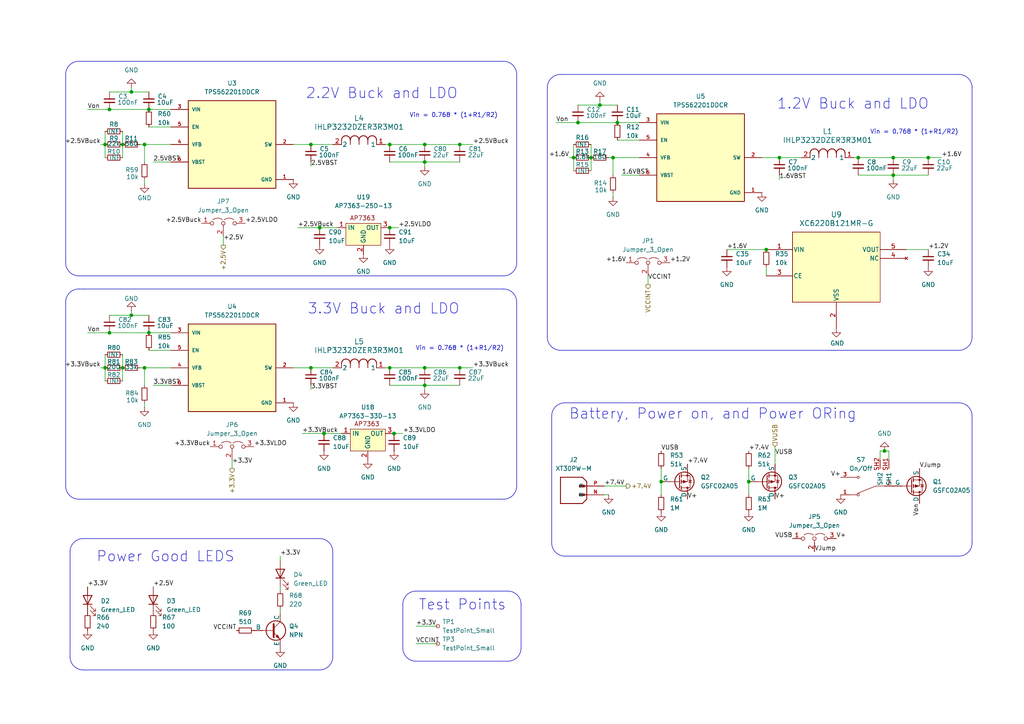
<source format=kicad_sch>
(kicad_sch (version 20250114) (generator "eeschema") (generator_version "9.0")
  (paper "A4")
  (title_block (title "Power Supply") (date "2025-08-27") (rev "V1.0"))
  (lib_symbols
    (symbol "Connector:TestPoint_Small" (pin_numbers (hide yes)) (pin_names (offset 0.762) (hide yes))
      (property "Reference" "TP" (at 0 3.81 0))
      (property "Value" "TestPoint_Small" (at 0 2.032 0))
      (symbol "TestPoint_Small_1_1"
        (pin passive line (at 0 0 90) (length 0) (name "1") (number "1"))
      )
    )
    (symbol "Device:C_Small" (pin_numbers (hide yes)) (pin_names (offset 0.254) (hide yes))
      (property "Reference" "C" (at 0.254 1.778 0))
      (property "Value" "C_Small" (at 0.254 -2.032 0))
      (symbol "C_Small_1_1"
        (pin passive line (at 0 2.54 270) (length 2.032) (name "~") (number "1"))
        (pin passive line (at 0 -2.54 90) (length 2.032) (name "~") (number "2"))
      )
    )
    (symbol "Device:LED" (pin_numbers (hide yes)) (pin_names (offset 1.016) (hide yes))
      (property "Reference" "D" (at 0 2.54 0))
      (property "Value" "LED" (at 0 -2.54 0))
      (symbol "LED_1_1"
        (pin passive line (at -3.81 0 0) (length 2.54) (name "K") (number "1"))
        (pin passive line (at 3.81 0 180) (length 2.54) (name "A") (number "2"))
      )
    )
    (symbol "Device:R_Small" (pin_numbers (hide yes)) (pin_names (offset 0.254) (hide yes))
      (property "Reference" "R" (at 0 0 90))
      (property "Value" "R_Small" (at 1.778 0 90))
      (symbol "R_Small_1_1"
        (pin passive line (at 0 2.54 270) (length 0.762) (name "~") (number "1"))
        (pin passive line (at 0 -2.54 90) (length 0.762) (name "~") (number "2"))
      )
    )
    (symbol "Jumper:Jumper_3_Open" (pin_names (offset 0) (hide yes)) (in_bom no)
      (property "Reference" "JP" (at -2.54 -2.54 0))
      (property "Value" "Jumper_3_Open" (at 0 2.794 0))
      (symbol "Jumper_3_Open_1_1"
        (pin passive line (at -6.35 0 0) (length 2.54) (name "A") (number "1"))
        (pin passive line (at 0 -3.81 90) (length 2.54) (name "C") (number "2"))
        (pin passive line (at 6.35 0 180) (length 2.54) (name "B") (number "3"))
      )
    )
    (symbol "Personal_Library:AP7363"
      (property "Reference" "U" (at 0 0 0))
      (symbol "AP7363_1_1"
        (text "AP7363" (at -0.254 -2.286 0) (effects (font (size 1.27 1.27))))
        (pin input line (at -7.62 -5.08 0) (length 2.54) (name "IN") (number "1"))
        (pin input line (at 0 -12.7 90) (length 2.54) (name "GND") (number "2"))
        (pin input line (at 7.62 -5.08 180) (length 2.54) (name "OUT") (number "3"))
      )
    )
    (symbol "Personal_Library:IHLP3232DZER3R3M01" (pin_names (offset 0.254))
      (property "Reference" "L" (at 6.985 5.08 0))
      (property "Value" "IHLP3232DZER3R3M01" (at 6.985 -2.54 0))
      (symbol "IHLP3232DZER3R3M01_1_1"
        (pin unspecified line (at 0 0 0) (length 2.54) (name "2") (number "2"))
        (pin unspecified line (at 15.24 0 180) (length 2.54) (name "1") (number "1"))
      )
      (symbol "IHLP3232DZER3R3M01_1_2"
        (pin unspecified line (at 0 15.24 270) (length 2.54) (name "1") (number "1"))
        (pin unspecified line (at 0 0 90) (length 2.54) (name "2") (number "2"))
      )
    )
    (symbol "Personal_Library:SLW-835636-3A-RA-N-D" (pin_names (offset 1.016))
      (property "Reference" "S" (at -2.54 5.08 0))
      (property "Value" "SLW-835636-3A-RA-N-D" (at -2.54 -5.08 0))
      (symbol "SLW-835636-3A-RA-N-D_0_0"
        (pin passive line (at -7.62 0 0) (length 2.54) (name "~") (number "2"))
        (pin passive line (at 7.62 2.54 180) (length 2.54) (name "~") (number "1"))
        (pin passive line (at 7.62 -2.54 180) (length 2.54) (name "~") (number "3"))
      )
      (symbol "SLW-835636-3A-RA-N-D_1_1"
        (pin input line (at -6.35 -7.62 90) (length 2.54) (name "SH1") (number "SH1"))
        (pin input line (at -3.81 -7.62 90) (length 2.54) (name "SH2") (number "SH2"))
      )
    )
    (symbol "Personal_Library:TPS562201DDCR" (pin_names (offset 1.016))
      (property "Reference" "U" (at -12.7 13.7 0))
      (property "Value" "TPS562201DDCR" (at -12.7 -16.7 0))
      (symbol "TPS562201DDCR_0_0"
        (pin power_in line (at -17.78 10.16 0) (length 5.08) (name "VIN") (number "3"))
        (pin input line (at -17.78 5.08 0) (length 5.08) (name "EN") (number "5"))
        (pin input line (at -17.78 0 0) (length 5.08) (name "VFB") (number "4"))
        (pin input line (at -17.78 -5.08 0) (length 5.08) (name "VBST") (number "6"))
        (pin bidirectional line (at 17.78 0 180) (length 5.08) (name "SW") (number "2"))
        (pin power_in line (at 17.78 -10.16 180) (length 5.08) (name "GND") (number "1"))
      )
    )
    (symbol "Personal_Library:XC6220B121MR-G" (pin_names (offset 0.254))
      (property "Reference" "U" (at 20.32 10.16 0))
      (property "Value" "XC6220B121MR-G" (at 20.32 7.62 0))
      (symbol "XC6220B121MR-G_0_1"
        (pin power_in line (at 0 0 0) (length 7.62) (name "VIN") (number "1"))
        (pin unspecified line (at 0 -7.62 0) (length 7.62) (name "CE") (number "3"))
        (pin power_out line (at 20.32 -22.86 90) (length 7.62) (name "VSS") (number "2"))
        (pin output line (at 40.64 0 180) (length 7.62) (name "VOUT") (number "5"))
        (pin no_connect line (at 40.64 -2.54 180) (length 7.62) (name "NC") (number "4"))
      )
    )
    (symbol "Personal_Library:XT30PW-M" (pin_names (offset 1.016))
      (property "Reference" "J" (at -7.62 3.302 0))
      (property "Value" "XT30PW-M" (at -7.62 -7.62 0))
      (symbol "XT30PW-M_0_0"
        (pin power_in line (at 5.08 0 180) (length 5.08) (name "P") (number "P"))
        (pin power_in line (at 5.08 -2.54 180) (length 5.08) (name "N") (number "N"))
      )
    )
    (symbol "Simulation_SPICE:NPN" (pin_numbers (hide yes)) (pin_names (offset 0))
      (property "Reference" "Q" (at -2.54 7.62 0))
      (property "Value" "NPN" (at -2.54 5.08 0))
      (symbol "NPN_1_1"
        (pin input line (at -5.08 0 0) (length 2.54) (name "B") (number "2"))
        (pin open_collector line (at 2.54 5.08 270) (length 2.54) (name "C") (number "1"))
        (pin open_emitter line (at 2.54 -5.08 90) (length 2.54) (name "E") (number "3"))
      )
    )
    (symbol "Simulation_SPICE:PMOS" (pin_numbers (hide yes)) (pin_names (offset 0))
      (property "Reference" "Q" (at 5.08 1.27 0))
      (property "Value" "PMOS" (at 5.08 -1.27 0))
      (symbol "PMOS_1_1"
        (pin input line (at -5.08 0 0) (length 2.54) (name "G") (number "2"))
        (pin passive line (at 2.54 5.08 270) (length 2.54) (name "D") (number "1"))
        (pin passive line (at 2.54 -5.08 90) (length 2.54) (name "S") (number "3"))
      )
    )
    (symbol "power:GND" (power) (pin_numbers (hide yes)) (pin_names (offset 0) (hide yes))
      (property "Value" "GND" (at 0 -3.81 0))
      (symbol "GND_1_1"
        (pin power_in line (at 0 0 270) (length 0) (name "~") (number "1"))
      )
    )
  )
  (arc (start 146.05 17.78) (mid 148.7441 18.8959) (end 149.86 21.59))
  (arc (start 162.56 101.6) (mid 159.8659 100.4841) (end 158.75 97.79))
  (arc (start 278.13 116.84) (mid 280.8241 117.9559) (end 281.94 120.65))
  (arc (start 92.71 156.21) (mid 95.4041 157.3259) (end 96.52 160.02))
  (arc (start 24.13 194.31) (mid 21.4359 193.1941) (end 20.32 190.5))
  (arc (start 19.05 87.63) (mid 20.1659 84.9359) (end 22.86 83.82))
  (arc (start 20.32 160.02) (mid 21.4359 157.3259) (end 24.13 156.21))
  (arc (start 22.86 144.78) (mid 20.1659 143.6641) (end 19.05 140.97))
  (arc (start 120.65 191.77) (mid 117.9559 190.6541) (end 116.84 187.96))
  (arc (start 281.94 157.48) (mid 280.8241 160.1741) (end 278.13 161.29))
  (arc (start 96.52 190.5) (mid 95.4041 193.1941) (end 92.71 194.31))
  (arc (start 116.84 175.26) (mid 117.9559 172.5659) (end 120.65 171.45))
  (arc (start 158.75 25.4) (mid 159.8659 22.7059) (end 162.56 21.59))
  (arc (start 281.94 97.79) (mid 280.8241 100.4841) (end 278.13 101.6))
  (arc (start 160.02 120.65) (mid 161.1359 117.9559) (end 163.83 116.84))
  (arc (start 149.86 140.97) (mid 148.7441 143.6641) (end 146.05 144.78))
  (arc (start 146.05 83.82) (mid 148.7441 84.9359) (end 149.86 87.63))
  (arc (start 278.13 21.59) (mid 280.8241 22.7059) (end 281.94 25.4))
  (arc (start 163.83 161.29) (mid 161.1359 160.1741) (end 160.02 157.48))
  (arc (start 151.13 187.96) (mid 150.0141 190.6541) (end 147.32 191.77))
  (arc (start 147.32 171.45) (mid 150.0141 172.5659) (end 151.13 175.26))
  (arc (start 149.86 76.2) (mid 148.7441 78.8941) (end 146.05 80.01))
  (arc (start 19.05 21.59) (mid 20.1659 18.8959) (end 22.86 17.78))
  (arc (start 22.86 80.01) (mid 20.1659 78.8941) (end 19.05 76.2))
  (text "1.2V Buck and LDO" (at 247.396 30.226 0) (effects (font (size 3 3))))
  (text "3.3V Buck and LDO" (at 111.252 89.662 0) (effects (font (size 3 3))))
  (text "Power Good LEDS" (at 48.006 161.544 0) (effects (font (size 3 3))))
  (text "Test Points" (at 134.112 175.514 0) (effects (font (size 3 3))))
  (text "2.2V Buck and LDO" (at 110.744 27.178 0) (effects (font (size 3 3))))
  (text "Vin = 0.768 * (1+R1/R2)\n" (at 265.176 38.354 0) (effects (font (size 1.27 1.27))))
  (text "Vin = 0.768 * (1+R1/R2)\n" (at 131.572 33.528 0) (effects (font (size 1.27 1.27))))
  (text "Vin = 0.768 * (1+R1/R2)\n" (at 133.35 101.092 0) (effects (font (size 1.27 1.27))))
  (text "Battery, Power on, and Power ORing" (at 206.756 120.142 0) (effects (font (size 3 3))))
  (junction (at 113.03 41.91))
  (junction (at 113.03 106.68))
  (junction (at 269.24 45.72))
  (junction (at 256.54 130.81))
  (junction (at 114.3 125.73))
  (junction (at 93.98 125.73))
  (junction (at 38.1 91.44))
  (junction (at 177.8 45.72))
  (junction (at 43.18 31.75))
  (junction (at 31.75 31.75))
  (junction (at 31.75 96.52))
  (junction (at 43.18 96.52))
  (junction (at 41.91 41.91))
  (junction (at 38.1 26.67))
  (junction (at 41.91 106.68))
  (junction (at 173.99 30.48))
  (junction (at 92.71 66.04))
  (junction (at 90.17 41.91))
  (junction (at 35.56 106.68))
  (junction (at 30.48 106.68))
  (junction (at 191.77 139.7))
  (junction (at 35.56 41.91))
  (junction (at 171.45 45.72))
  (junction (at 222.25 72.39))
  (junction (at 166.37 45.72))
  (junction (at 217.17 139.7))
  (junction (at 259.08 45.72))
  (junction (at 90.17 106.68))
  (junction (at 113.03 66.04))
  (junction (at 123.19 111.76))
  (junction (at 133.35 106.68))
  (junction (at 123.19 106.68))
  (junction (at 167.64 35.56))
  (junction (at 259.08 50.8))
  (junction (at 123.19 46.99))
  (junction (at 123.19 41.91))
  (junction (at 133.35 41.91))
  (junction (at 30.48 41.91))
  (junction (at 226.06 45.72))
  (junction (at 248.92 45.72))
  (junction (at 179.07 35.56))
  (wire (pts (xy 224.79 129.54) (xy 224.79 134.62)))
  (wire (pts (xy 90.17 41.91) (xy 96.52 41.91)))
  (wire (pts (xy 90.17 113.03) (xy 90.17 111.76)))
  (wire (pts (xy 38.1 25.4) (xy 38.1 26.67)))
  (wire (pts (xy 25.4 96.52) (xy 31.75 96.52)))
  (wire (pts (xy 256.54 130.81) (xy 257.81 130.81)))
  (polyline (pts (xy 120.65 191.77) (xy 147.32 191.77)))
  (wire (pts (xy 114.3 125.73) (xy 116.84 125.73)))
  (wire (pts (xy 256.54 130.81) (xy 255.27 130.81)))
  (polyline (pts (xy 22.86 83.82) (xy 24.13 83.82)))
  (wire (pts (xy 175.26 140.97) (xy 181.61 140.97)))
  (wire (pts (xy 64.77 71.12) (xy 64.77 68.58)))
  (wire (pts (xy 43.18 31.75) (xy 49.53 31.75)))
  (wire (pts (xy 40.64 41.91) (xy 41.91 41.91)))
  (wire (pts (xy 35.56 106.68) (xy 35.56 110.49)))
  (wire (pts (xy 87.63 125.73) (xy 93.98 125.73)))
  (wire (pts (xy 248.92 45.72) (xy 259.08 45.72)))
  (wire (pts (xy 262.89 72.39) (xy 269.24 72.39)))
  (wire (pts (xy 248.92 50.8) (xy 259.08 50.8)))
  (wire (pts (xy 210.82 72.39) (xy 222.25 72.39)))
  (wire (pts (xy 30.48 41.91) (xy 30.48 38.1)))
  (wire (pts (xy 120.65 186.69) (xy 127 186.69)))
  (wire (pts (xy 166.37 45.72) (xy 165.1 45.72)))
  (wire (pts (xy 90.17 106.68) (xy 96.52 106.68)))
  (wire (pts (xy 31.75 26.67) (xy 38.1 26.67)))
  (wire (pts (xy 123.19 106.68) (xy 133.35 106.68)))
  (wire (pts (xy 43.18 101.6) (xy 49.53 101.6)))
  (wire (pts (xy 123.19 46.99) (xy 133.35 46.99)))
  (wire (pts (xy 113.03 66.04) (xy 115.57 66.04)))
  (wire (pts (xy 40.64 106.68) (xy 41.91 106.68)))
  (wire (pts (xy 85.09 41.91) (xy 90.17 41.91)))
  (wire (pts (xy 31.75 31.75) (xy 43.18 31.75)))
  (wire (pts (xy 259.08 50.8) (xy 259.08 52.07)))
  (wire (pts (xy 41.91 52.07) (xy 41.91 53.34)))
  (wire (pts (xy 43.18 96.52) (xy 49.53 96.52)))
  (wire (pts (xy 191.77 143.51) (xy 191.77 139.7)))
  (wire (pts (xy 177.8 55.88) (xy 177.8 57.15)))
  (polyline (pts (xy 22.86 80.01) (xy 146.05 80.01)))
  (wire (pts (xy 113.03 46.99) (xy 123.19 46.99)))
  (polyline (pts (xy 160.02 120.65) (xy 160.02 157.48)))
  (wire (pts (xy 180.34 50.8) (xy 185.42 50.8)))
  (wire (pts (xy 173.99 30.48) (xy 179.07 30.48)))
  (polyline (pts (xy 151.13 175.26) (xy 151.13 187.96)))
  (wire (pts (xy 259.08 50.8) (xy 269.24 50.8)))
  (wire (pts (xy 226.06 52.07) (xy 226.06 50.8)))
  (wire (pts (xy 113.03 106.68) (xy 123.19 106.68)))
  (wire (pts (xy 43.18 36.83) (xy 49.53 36.83)))
  (polyline (pts (xy 120.65 171.45) (xy 147.32 171.45)))
  (wire (pts (xy 171.45 45.72) (xy 171.45 49.53)))
  (wire (pts (xy 81.28 170.18) (xy 81.28 171.45)))
  (polyline (pts (xy 19.05 87.63) (xy 19.05 140.97)))
  (wire (pts (xy 35.56 41.91) (xy 35.56 45.72)))
  (polyline (pts (xy 24.13 194.31) (xy 92.71 194.31)))
  (wire (pts (xy 93.98 125.73) (xy 99.06 125.73)))
  (wire (pts (xy 113.03 111.76) (xy 123.19 111.76)))
  (wire (pts (xy 111.76 41.91) (xy 113.03 41.91)))
  (wire (pts (xy 38.1 26.67) (xy 43.18 26.67)))
  (wire (pts (xy 177.8 45.72) (xy 185.42 45.72)))
  (wire (pts (xy 187.96 82.55) (xy 187.96 80.01)))
  (wire (pts (xy 31.75 96.52) (xy 43.18 96.52)))
  (wire (pts (xy 30.48 106.68) (xy 30.48 102.87)))
  (polyline (pts (xy 163.83 116.84) (xy 278.13 116.84)))
  (polyline (pts (xy 24.13 83.82) (xy 146.05 83.82)))
  (wire (pts (xy 171.45 41.91) (xy 171.45 45.72)))
  (wire (pts (xy 177.8 50.8) (xy 177.8 45.72)))
  (wire (pts (xy 113.03 41.91) (xy 123.19 41.91)))
  (wire (pts (xy 217.17 143.51) (xy 217.17 139.7)))
  (wire (pts (xy 133.35 106.68) (xy 137.16 106.68)))
  (wire (pts (xy 257.81 130.81) (xy 257.81 133.35)))
  (polyline (pts (xy 22.86 144.78) (xy 146.05 144.78)))
  (wire (pts (xy 81.28 176.53) (xy 81.28 177.8)))
  (wire (pts (xy 247.65 45.72) (xy 248.92 45.72)))
  (wire (pts (xy 44.45 46.99) (xy 49.53 46.99)))
  (wire (pts (xy 111.76 106.68) (xy 113.03 106.68)))
  (wire (pts (xy 222.25 77.47) (xy 222.25 80.01)))
  (polyline (pts (xy 149.86 21.59) (xy 149.86 76.2)))
  (polyline (pts (xy 24.13 156.21) (xy 92.71 156.21)))
  (wire (pts (xy 255.27 130.81) (xy 255.27 133.35)))
  (wire (pts (xy 31.75 91.44) (xy 38.1 91.44)))
  (wire (pts (xy 179.07 40.64) (xy 185.42 40.64)))
  (wire (pts (xy 133.35 41.91) (xy 137.16 41.91)))
  (wire (pts (xy 123.19 111.76) (xy 133.35 111.76)))
  (wire (pts (xy 166.37 45.72) (xy 166.37 41.91)))
  (wire (pts (xy 123.19 111.76) (xy 123.19 113.03)))
  (wire (pts (xy 38.1 90.17) (xy 38.1 91.44)))
  (wire (pts (xy 30.48 106.68) (xy 30.48 110.49)))
  (wire (pts (xy 41.91 116.84) (xy 41.91 118.11)))
  (wire (pts (xy 90.17 48.26) (xy 90.17 46.99)))
  (wire (pts (xy 226.06 45.72) (xy 232.41 45.72)))
  (wire (pts (xy 30.48 106.68) (xy 29.21 106.68)))
  (wire (pts (xy 35.56 102.87) (xy 35.56 106.68)))
  (polyline (pts (xy 20.32 160.02) (xy 20.32 190.5)))
  (wire (pts (xy 86.36 66.04) (xy 92.71 66.04)))
  (wire (pts (xy 41.91 111.76) (xy 41.91 106.68)))
  (polyline (pts (xy 116.84 175.26) (xy 116.84 187.96)))
  (wire (pts (xy 123.19 41.91) (xy 133.35 41.91)))
  (wire (pts (xy 161.29 35.56) (xy 167.64 35.56)))
  (wire (pts (xy 179.07 35.56) (xy 185.42 35.56)))
  (wire (pts (xy 41.91 41.91) (xy 49.53 41.91)))
  (polyline (pts (xy 22.86 17.78) (xy 146.05 17.78)))
  (wire (pts (xy 30.48 41.91) (xy 30.48 45.72)))
  (polyline (pts (xy 162.56 21.59) (xy 278.13 21.59)))
  (wire (pts (xy 120.65 181.61) (xy 127 181.61)))
  (wire (pts (xy 25.4 31.75) (xy 31.75 31.75)))
  (wire (pts (xy 220.98 45.72) (xy 226.06 45.72)))
  (polyline (pts (xy 281.94 25.4) (xy 281.94 97.79)))
  (polyline (pts (xy 158.75 25.4) (xy 158.75 97.79)))
  (wire (pts (xy 217.17 135.89) (xy 217.17 139.7)))
  (polyline (pts (xy 281.94 120.65) (xy 281.94 157.48)))
  (wire (pts (xy 259.08 45.72) (xy 269.24 45.72)))
  (wire (pts (xy 41.91 106.68) (xy 49.53 106.68)))
  (polyline (pts (xy 163.83 161.29) (xy 278.13 161.29)))
  (wire (pts (xy 41.91 46.99) (xy 41.91 41.91)))
  (polyline (pts (xy 162.56 101.6) (xy 278.13 101.6)))
  (polyline (pts (xy 149.86 87.63) (xy 149.86 140.97)))
  (wire (pts (xy 67.31 135.89) (xy 67.31 133.35)))
  (wire (pts (xy 269.24 45.72) (xy 273.05 45.72)))
  (wire (pts (xy 191.77 135.89) (xy 191.77 139.7)))
  (wire (pts (xy 38.1 91.44) (xy 43.18 91.44)))
  (wire (pts (xy 44.45 111.76) (xy 49.53 111.76)))
  (wire (pts (xy 35.56 38.1) (xy 35.56 41.91)))
  (wire (pts (xy 167.64 35.56) (xy 179.07 35.56)))
  (wire (pts (xy 175.26 143.51) (xy 176.53 143.51)))
  (wire (pts (xy 123.19 46.99) (xy 123.19 48.26)))
  (wire (pts (xy 92.71 66.04) (xy 97.79 66.04)))
  (wire (pts (xy 166.37 45.72) (xy 166.37 49.53)))
  (wire (pts (xy 85.09 106.68) (xy 90.17 106.68)))
  (polyline (pts (xy 19.05 21.59) (xy 19.05 76.2)))
  (wire (pts (xy 176.53 45.72) (xy 177.8 45.72)))
  (polyline (pts (xy 96.52 160.02) (xy 96.52 190.5)))
  (wire (pts (xy 173.99 29.21) (xy 173.99 30.48)))
  (wire (pts (xy 81.28 162.56) (xy 81.28 161.29)))
  (wire (pts (xy 167.64 30.48) (xy 173.99 30.48)))
  (wire (pts (xy 30.48 41.91) (xy 29.21 41.91)))
  (label "+1.6V" (at 165.1 45.72 180))
  (label "2.5VBST" (at 44.45 46.99 0))
  (label "+3.3V" (at 81.28 161.29 0))
  (label "+3.3VBuck" (at 29.21 106.68 180))
  (label "Von" (at 266.7 146.05 270))
  (label "3.3VBST" (at 90.17 113.03 0))
  (label "+2.5VBuck" (at 58.42 64.77 180))
  (label "+3.3V" (at 120.65 181.61 0))
  (label "VUSB" (at 191.77 130.81 0))
  (label "+1.2V" (at 194.31 76.2 0))
  (label "+3.3VLDO" (at 116.84 125.73 0))
  (label "V+" (at 243.84 138.43 180))
  (label "VCCINT" (at 120.65 186.69 0))
  (label "+1.6V" (at 210.82 72.39 0))
  (label "1.6VBST" (at 180.34 50.8 0))
  (label "+7.4V" (at 175.26 140.97 0))
  (label "+1.6V" (at 273.05 45.72 0))
  (label "VCCINT" (at 187.96 81.28 0))
  (label "+3.3VBuck" (at 87.63 125.73 0))
  (label "+1.6V" (at 181.61 76.2 180))
  (label "VJump" (at 236.22 160.02 0))
  (label "VUSB" (at 229.87 156.21 180))
  (label "+7.4V" (at 199.39 134.62 0))
  (label "+1.2V" (at 269.24 72.39 0))
  (label "Von" (at 25.4 31.75 0))
  (label "VJump" (at 266.7 135.89 0))
  (label "+2.5VBuck" (at 29.21 41.91 180))
  (label "VUSB" (at 224.79 132.08 0))
  (label "Von" (at 25.4 96.52 0))
  (label "+2.5VBuck" (at 137.16 41.91 0))
  (label "+3.3V" (at 25.4 170.18 0))
  (label "+3.3VLDO" (at 73.66 129.54 0))
  (label "+7.4V" (at 217.17 130.81 0))
  (label "Von" (at 161.29 35.56 0))
  (label "+3.3V" (at 67.31 134.62 0))
  (label "V+" (at 242.57 156.21 0))
  (label "+2.5V" (at 44.45 170.18 0))
  (label "1.6VBST" (at 226.06 52.07 0))
  (label "+2.5V" (at 64.77 69.85 0))
  (label "VCCINT" (at 68.58 182.88 180))
  (label "+3.3VBuck" (at 60.96 129.54 180))
  (label "V+" (at 199.39 144.78 0))
  (label "+2.5VLDO" (at 115.57 66.04 0))
  (label "+3.3VBuck" (at 137.16 106.68 0))
  (label "+2.5VBuck" (at 86.36 66.04 0))
  (label "+2.5VLDO" (at 71.12 64.77 0))
  (label "3.3VBST" (at 44.45 111.76 0))
  (label "2.5VBST" (at 90.17 48.26 0))
  (label "V+" (at 224.79 144.78 0))
  (hierarchical_label "+2.5V" (shape output) (at 64.77 71.12 270))
  (hierarchical_label "VCCINT" (shape output) (at 187.96 82.55 270))
  (hierarchical_label "+7.4V" (shape output) (at 181.61 140.97 0))
  (hierarchical_label "+3.3V" (shape output) (at 67.31 135.89 270))
  (hierarchical_label "VUSB" (shape input) (at 224.79 129.54 90))
  (symbol (lib_id "power:GND") (at 242.57 95.25 0) (unit 1)
    (property "Reference" "#PWR057" (effects (hide yes)))
    (property "Value" "GND" (at 242.824 99.568 0))
    (property "Description" "Power symbol creates a global label with name \"GND\" , ground" (effects (hide yes)))
  )
  (symbol (lib_id "power:GND") (at 38.1 25.4 180) (unit 1)
    (property "Reference" "#PWR024" (effects (hide yes)))
    (property "Value" "GND" (at 38.1 20.32 0))
    (property "Description" "Power symbol creates a global label with name \"GND\" , ground" (effects (hide yes)))
  )
  (symbol (lib_id "Device:C_Small") (at 133.35 44.45 0) (unit 1)
    (property "Reference" "C81" (at 135.89 43.1862 0) (effects (justify left)))
    (property "Value" "22uF" (at 135.636 44.958 0) (effects (justify left)))
    (property "Footprint" "Capacitor_SMD:C_0805_2012Metric_Pad1.18x1.45mm_HandSolder" (effects (hide yes)))
    (property "Description" "Unpolarized capacitor, small symbol" (effects (hide yes)))
  )
  (symbol (lib_id "Device:R_Small") (at 179.07 38.1 0) (unit 1)
    (property "Reference" "R12" (at 181.61 36.8299 0) (effects (justify left)))
    (property "Value" "10k" (at 181.61 39.3699 0) (effects (justify left)))
    (property "Footprint" "Resistor_SMD:R_0805_2012Metric_Pad1.20x1.40mm_HandSolder" (effects (hide yes)))
    (property "Description" "Resistor, small symbol" (effects (hide yes)))
  )
  (symbol (lib_id "Device:C_Small") (at 123.19 44.45 0) (unit 1)
    (property "Reference" "C80" (at 125.73 43.1862 0) (effects (justify left)))
    (property "Value" "22uF" (at 125.476 44.958 0) (effects (justify left)))
    (property "Footprint" "Capacitor_SMD:C_0805_2012Metric_Pad1.18x1.45mm_HandSolder" (effects (hide yes)))
    (property "Description" "Unpolarized capacitor, small symbol" (effects (hide yes)))
  )
  (symbol (lib_id "Device:C_Small") (at 43.18 93.98 0) (unit 1)
    (property "Reference" "C83" (at 45.72 92.7162 0) (effects (justify left)))
    (property "Value" "10uF" (at 45.466 94.488 0) (effects (justify left)))
    (property "Footprint" "Capacitor_SMD:C_0805_2012Metric_Pad1.18x1.45mm_HandSolder" (effects (hide yes)))
    (property "Description" "Unpolarized capacitor, small symbol" (effects (hide yes)))
  )
  (symbol (lib_id "power:GND") (at 269.24 77.47 0) (unit 1)
    (property "Reference" "#PWR0118" (effects (hide yes)))
    (property "Value" "GND" (at 269.24 82.55 0))
    (property "Description" "Power symbol creates a global label with name \"GND\" , ground" (effects (hide yes)))
  )
  (symbol (lib_id "Device:R_Small") (at 33.02 38.1 90) (unit 1)
    (property "Reference" "R8" (at 33.02 36.068 90))
    (property "Value" "INF" (at 33.02 38.1 90))
    (property "Footprint" "Resistor_SMD:R_0805_2012Metric_Pad1.20x1.40mm_HandSolder" (effects (hide yes)))
    (property "Description" "Resistor, small symbol" (effects (hide yes)))
  )
  (symbol (lib_id "Device:C_Small") (at 113.03 44.45 0) (unit 1)
    (property "Reference" "C6" (at 115.57 43.1862 0) (effects (justify left)))
    (property "Value" "100nF" (at 115.316 44.958 0) (effects (justify left)))
    (property "Footprint" "Capacitor_SMD:C_0805_2012Metric_Pad1.18x1.45mm_HandSolder" (effects (hide yes)))
    (property "Description" "Unpolarized capacitor, small symbol" (effects (hide yes)))
  )
  (symbol (lib_id "Personal_Library:TPS562201DDCR") (at 203.2 45.72 0) (unit 1)
    (property "Reference" "U5" (at 203.2 27.94 0))
    (property "Value" "TPS562201DDCR" (at 203.2 30.48 0))
    (property "Footprint" "Personal-Library:SOT95P280X110-6N" (effects (hide yes)))
    (property "PARTREV" "A" (effects (hide yes)))
    (property "STANDARD" "IPC-7351B" (effects (hide yes)))
    (property "MAXIMUM_PACKAGE_HEIGHT" "1.10 mm" (effects (hide yes)))
    (property "MANUFACTURER" "Texas Instruments" (effects (hide yes)))
  )
  (symbol (lib_id "Device:C_Small") (at 259.08 48.26 0) (unit 1)
    (property "Reference" "C9" (at 261.62 46.9962 0) (effects (justify left)))
    (property "Value" "22uF" (at 261.366 48.768 0) (effects (justify left)))
    (property "Footprint" "Capacitor_SMD:C_0805_2012Metric_Pad1.18x1.45mm_HandSolder" (effects (hide yes)))
    (property "Description" "Unpolarized capacitor, small symbol" (effects (hide yes)))
  )
  (symbol (lib_id "Device:R_Small") (at 43.18 34.29 0) (unit 1)
    (property "Reference" "R60" (at 45.72 33.0199 0) (effects (justify left)))
    (property "Value" "10k" (at 45.72 35.5599 0) (effects (justify left)))
    (property "Footprint" "Resistor_SMD:R_0805_2012Metric_Pad1.20x1.40mm_HandSolder" (effects (hide yes)))
    (property "Description" "Resistor, small symbol" (effects (hide yes)))
  )
  (symbol (lib_id "power:GND") (at 210.82 77.47 0) (unit 1)
    (property "Reference" "#PWR0117" (effects (hide yes)))
    (property "Value" "GND" (at 210.82 82.55 0))
    (property "Description" "Power symbol creates a global label with name \"GND\" , ground" (effects (hide yes)))
  )
  (symbol (lib_id "Device:R_Small") (at 33.02 106.68 90) (unit 1)
    (property "Reference" "R81" (at 33.02 104.902 90))
    (property "Value" "200" (at 33.02 106.426 90))
    (property "Footprint" "Resistor_SMD:R_0805_2012Metric_Pad1.20x1.40mm_HandSolder" (effects (hide yes)))
    (property "Description" "Resistor, small symbol" (effects (hide yes)))
  )
  (symbol (lib_id "power:GND") (at 177.8 57.15 0) (unit 1)
    (property "Reference" "#PWR032" (effects (hide yes)))
    (property "Value" "GND" (at 177.8 62.23 0))
    (property "Description" "Power symbol creates a global label with name \"GND\" , ground" (effects (hide yes)))
  )
  (symbol (lib_id "Device:R_Small") (at 191.77 146.05 0) (unit 1)
    (property "Reference" "R61" (at 194.31 144.7799 0) (effects (justify left)))
    (property "Value" "1M" (at 194.31 147.3199 0) (effects (justify left)))
    (property "Footprint" "Resistor_SMD:R_0805_2012Metric_Pad1.20x1.40mm_HandSolder" (effects (hide yes)))
    (property "Description" "Resistor, small symbol" (effects (hide yes)))
  )
  (symbol (lib_id "power:GND") (at 44.45 182.88 0) (unit 1)
    (property "Reference" "#PWR094" (effects (hide yes)))
    (property "Value" "GND" (at 44.45 187.96 0))
    (property "Description" "Power symbol creates a global label with name \"GND\" , ground" (effects (hide yes)))
  )
  (symbol (lib_id "Device:C_Small") (at 123.19 109.22 0) (unit 1)
    (property "Reference" "C86" (at 125.73 107.9562 0) (effects (justify left)))
    (property "Value" "22uF" (at 125.476 109.728 0) (effects (justify left)))
    (property "Footprint" "Capacitor_SMD:C_0805_2012Metric_Pad1.18x1.45mm_HandSolder" (effects (hide yes)))
    (property "Description" "Unpolarized capacitor, small symbol" (effects (hide yes)))
  )
  (symbol (lib_id "power:GND") (at 259.08 52.07 0) (unit 1)
    (property "Reference" "#PWR031" (effects (hide yes)))
    (property "Value" "GND" (at 259.08 57.15 0))
    (property "Description" "Power symbol creates a global label with name \"GND\" , ground" (effects (hide yes)))
  )
  (symbol (lib_id "Device:R_Small") (at 168.91 45.72 90) (unit 1)
    (property "Reference" "R13" (at 168.91 43.942 90))
    (property "Value" "5.6k" (at 168.91 45.466 90))
    (property "Footprint" "Resistor_SMD:R_0805_2012Metric_Pad1.20x1.40mm_HandSolder" (effects (hide yes)))
    (property "Description" "Resistor, small symbol" (effects (hide yes)))
  )
  (symbol (lib_id "power:GND") (at 123.19 113.03 0) (unit 1)
    (property "Reference" "#PWR029" (effects (hide yes)))
    (property "Value" "GND" (at 123.19 118.11 0))
    (property "Description" "Power symbol creates a global label with name \"GND\" , ground" (effects (hide yes)))
  )
  (symbol (lib_id "power:GND") (at 92.71 71.12 0) (unit 1)
    (property "Reference" "#PWR0123" (effects (hide yes)))
    (property "Value" "GND" (at 92.71 76.2 0))
    (property "Description" "Power symbol creates a global label with name \"GND\" , ground" (effects (hide yes)))
  )
  (symbol (lib_id "Device:C_Small") (at 43.18 29.21 0) (unit 1)
    (property "Reference" "C4" (at 45.72 27.9462 0) (effects (justify left)))
    (property "Value" "10uF" (at 45.466 29.718 0) (effects (justify left)))
    (property "Footprint" "Capacitor_SMD:C_0805_2012Metric_Pad1.18x1.45mm_HandSolder" (effects (hide yes)))
    (property "Description" "Unpolarized capacitor, small symbol" (effects (hide yes)))
  )
  (symbol (lib_id "Device:R_Small") (at 38.1 41.91 90) (unit 1)
    (property "Reference" "R11" (at 38.1 40.132 90))
    (property "Value" "560" (at 38.1 41.656 90))
    (property "Footprint" "Resistor_SMD:R_0805_2012Metric_Pad1.20x1.40mm_HandSolder" (effects (hide yes)))
    (property "Description" "Resistor, small symbol" (effects (hide yes)))
  )
  (symbol (lib_id "Device:C_Small") (at 133.35 109.22 0) (unit 1)
    (property "Reference" "C87" (at 135.89 107.9562 0) (effects (justify left)))
    (property "Value" "22uF" (at 135.636 109.728 0) (effects (justify left)))
    (property "Footprint" "Capacitor_SMD:C_0805_2012Metric_Pad1.18x1.45mm_HandSolder" (effects (hide yes)))
    (property "Description" "Unpolarized capacitor, small symbol" (effects (hide yes)))
  )
  (symbol (lib_id "Device:C_Small") (at 93.98 128.27 0) (unit 1)
    (property "Reference" "C88" (at 96.52 127.0062 0) (effects (justify left)))
    (property "Value" "10uF" (at 96.52 129.5462 0) (effects (justify left)))
    (property "Footprint" "Capacitor_SMD:C_0805_2012Metric_Pad1.18x1.45mm_HandSolder" (effects (hide yes)))
    (property "Description" "Unpolarized capacitor, small symbol" (effects (hide yes)))
  )
  (symbol (lib_id "Device:R_Small") (at 177.8 53.34 180) (unit 1)
    (property "Reference" "R14" (at 172.212 53.086 0) (effects (justify right)))
    (property "Value" "10k" (at 172.466 55.118 0) (effects (justify right)))
    (property "Footprint" "Resistor_SMD:R_0805_2012Metric_Pad1.20x1.40mm_HandSolder" (effects (hide yes)))
    (property "Description" "Resistor, small symbol" (effects (hide yes)))
  )
  (symbol (lib_id "power:GND") (at 220.98 55.88 0) (unit 1)
    (property "Reference" "#PWR030" (effects (hide yes)))
    (property "Value" "GND" (at 220.98 60.96 0))
    (property "Description" "Power symbol creates a global label with name \"GND\" , ground" (effects (hide yes)))
  )
  (symbol (lib_id "Device:C_Small") (at 90.17 44.45 0) (unit 1)
    (property "Reference" "C5" (at 92.71 43.1862 0) (effects (justify left)))
    (property "Value" "100nF" (at 92.456 44.958 0) (effects (justify left)))
    (property "Footprint" "Capacitor_SMD:C_0805_2012Metric_Pad1.18x1.45mm_HandSolder" (effects (hide yes)))
    (property "Description" "Unpolarized capacitor, small symbol" (effects (hide yes)))
  )
  (symbol (lib_id "power:GND") (at 173.99 29.21 180) (unit 1)
    (property "Reference" "#PWR035" (effects (hide yes)))
    (property "Value" "GND" (at 173.99 24.13 0))
    (property "Description" "Power symbol creates a global label with name \"GND\" , ground" (effects (hide yes)))
  )
  (symbol (lib_id "Device:R_Small") (at 25.4 180.34 0) (unit 1)
    (property "Reference" "R66" (at 27.94 179.0699 0) (effects (justify left)))
    (property "Value" "240" (at 27.94 181.6099 0) (effects (justify left)))
    (property "Footprint" "Resistor_SMD:R_0805_2012Metric_Pad1.20x1.40mm_HandSolder" (effects (hide yes)))
    (property "Description" "Resistor, small symbol" (effects (hide yes)))
  )
  (symbol (lib_id "Device:C_Small") (at 114.3 128.27 0) (unit 1)
    (property "Reference" "C89" (at 116.84 127.0062 0) (effects (justify left)))
    (property "Value" "10uF" (at 116.84 129.5462 0) (effects (justify left)))
    (property "Footprint" "Capacitor_SMD:C_0805_2012Metric_Pad1.18x1.45mm_HandSolder" (effects (hide yes)))
    (property "Description" "Unpolarized capacitor, small symbol" (effects (hide yes)))
  )
  (symbol (lib_id "Personal_Library:XT30PW-M") (at 170.18 140.97 0) (unit 1)
    (property "Reference" "J2" (at 166.37 133.35 0))
    (property "Value" "XT30PW-M" (at 166.37 135.89 0))
    (property "Footprint" "Personal-Library:AMASS_XT30PW-M" (effects (hide yes)))
    (property "MF" "AMASS" (effects (hide yes)))
    (property "MAXIMUM_PACKAGE_HEIGHT" "5 mm" (effects (hide yes)))
    (property "Package" "None" (effects (hide yes)))
    (property "Price" "None" (effects (hide yes)))
    (property "Check_prices" "https://www.snapeda.com/parts/XT30PW-M/AMASS/view-part/?ref=eda" (effects (hide yes)))
    (property "STANDARD" "Manufacturer Recommendations" (effects (hide yes)))
    (property "PARTREV" "1.2" (effects (hide yes)))
    (property "SnapEDA_Link" "https://www.snapeda.com/parts/XT30PW-M/AMASS/view-part/?ref=snap" (effects (hide yes)))
    (property "MP" "XT30PW-M" (effects (hide yes)))
    (property "Description_1" "Socket; DC supply; XT30; male; PIN: 2; on PCBs; THT; Colour: yellow" (effects (hide yes)))
    (property "MANUFACTURER" "Amass" (effects (hide yes)))
    (property "Availability" "Not in stock" (effects (hide yes)))
    (property "SNAPEDA_PN" "XT30PW-M" (effects (hide yes)))
  )
  (symbol (lib_id "Simulation_SPICE:NPN") (at 78.74 182.88 0) (unit 1)
    (property "Reference" "Q4" (at 83.82 181.6099 0) (effects (justify left)))
    (property "Value" "NPN" (at 83.82 184.1499 0) (effects (justify left)))
    (property "Footprint" "Package_TO_SOT_SMD:SOT-23" (effects (hide yes)))
    (property "Datasheet" "https://ngspice.sourceforge.io/docs/ngspice-html-manual/manual.xhtml#cha_BJTs" (effects (hide yes)))
    (property "Description" "Bipolar transistor symbol for simulation only, substrate tied to the emitter" (effects (hide yes)))
    (property "Sim.Device" "NPN" (effects (hide yes)))
    (property "Sim.Type" "GUMMELPOON" (effects (hide yes)))
    (property "Sim.Pins" "1=C 2=B 3=E" (effects (hide yes)))
  )
  (symbol (lib_id "Device:R_Small") (at 44.45 180.34 0) (unit 1)
    (property "Reference" "R67" (at 46.99 179.0699 0) (effects (justify left)))
    (property "Value" "100" (at 46.99 181.6099 0) (effects (justify left)))
    (property "Footprint" "Resistor_SMD:R_0805_2012Metric_Pad1.20x1.40mm_HandSolder" (effects (hide yes)))
    (property "Description" "Resistor, small symbol" (effects (hide yes)))
  )
  (symbol (lib_id "Device:R_Small") (at 71.12 182.88 90) (unit 1)
    (property "Reference" "R69" (at 71.12 177.8 90))
    (property "Value" "510" (at 71.12 180.34 90))
    (property "Footprint" "Resistor_SMD:R_0805_2012Metric_Pad1.20x1.40mm_HandSolder" (effects (hide yes)))
    (property "Description" "Resistor, small symbol" (effects (hide yes)))
  )
  (symbol (lib_id "power:GND") (at 176.53 143.51 0) (unit 1)
    (property "Reference" "#PWR033" (effects (hide yes)))
    (property "Value" "GND" (at 176.53 148.59 0))
    (property "Description" "Power symbol creates a global label with name \"GND\" , ground" (effects (hide yes)))
  )
  (symbol (lib_id "Simulation_SPICE:PMOS") (at 264.16 140.97 0) (mirror x) (unit 1)
    (property "Reference" "Q1" (at 270.51 139.6999 0) (effects (justify left)))
    (property "Value" "GSFC02A05" (at 270.51 142.2399 0) (effects (justify left)))
    (property "Footprint" "Package_TO_SOT_SMD:SOT-23" (effects (hide yes)))
    (property "Datasheet" "https://ngspice.sourceforge.io/docs/ngspice-html-manual/manual.xhtml#cha_MOSFETs" (effects (hide yes)))
    (property "Description" "P-MOSFET transistor, drain/source/gate" (effects (hide yes)))
    (property "Sim.Device" "PMOS" (effects (hide yes)))
    (property "Sim.Type" "VDMOS" (effects (hide yes)))
    (property "Sim.Pins" "1=D 2=G 3=S" (effects (hide yes)))
  )
  (symbol (lib_id "Device:R_Small") (at 222.25 74.93 0) (unit 1)
    (property "Reference" "R35" (at 224.79 73.6599 0) (effects (justify left)))
    (property "Value" "10k" (at 224.79 76.1999 0) (effects (justify left)))
    (property "Footprint" "Resistor_SMD:R_0805_2012Metric_Pad1.20x1.40mm_HandSolder" (effects (hide yes)))
    (property "Description" "Resistor, small symbol" (effects (hide yes)))
  )
  (symbol (lib_id "Device:R_Small") (at 217.17 133.35 0) (unit 1)
    (property "Reference" "R62" (at 219.71 132.0799 0) (effects (justify left)))
    (property "Value" "51k" (at 219.71 134.6199 0) (effects (justify left)))
    (property "Footprint" "Resistor_SMD:R_0805_2012Metric_Pad1.20x1.40mm_HandSolder" (effects (hide yes)))
    (property "Description" "Resistor, small symbol" (effects (hide yes)))
  )
  (symbol (lib_id "power:GND") (at 114.3 130.81 0) (unit 1)
    (property "Reference" "#PWR0122" (effects (hide yes)))
    (property "Value" "GND" (at 114.3 135.89 0))
    (property "Description" "Power symbol creates a global label with name \"GND\" , ground" (effects (hide yes)))
  )
  (symbol (lib_id "Device:R_Small") (at 33.02 45.72 90) (unit 1)
    (property "Reference" "R10" (at 33.02 43.942 90))
    (property "Value" "INF" (at 33.274 45.72 90))
    (property "Footprint" "Resistor_SMD:R_0805_2012Metric_Pad1.20x1.40mm_HandSolder" (effects (hide yes)))
    (property "Description" "Resistor, small symbol" (effects (hide yes)))
  )
  (symbol (lib_id "power:GND") (at 38.1 90.17 180) (unit 1)
    (property "Reference" "#PWR027" (effects (hide yes)))
    (property "Value" "GND" (at 38.1 86.614 0))
    (property "Description" "Power symbol creates a global label with name \"GND\" , ground" (effects (hide yes)))
  )
  (symbol (lib_id "Connector:TestPoint_Small") (at 127 186.69 0) (unit 1)
    (property "Reference" "TP3" (at 128.27 185.4199 0) (effects (justify left)))
    (property "Value" "TestPoint_Small" (at 128.27 187.9599 0) (effects (justify left)))
    (property "Footprint" "TestPoint:TestPoint_Pad_D1.0mm" (effects (hide yes)))
    (property "Description" "test point" (effects (hide yes)))
  )
  (symbol (lib_id "power:GND") (at 191.77 148.59 0) (unit 1)
    (property "Reference" "#PWR087" (effects (hide yes)))
    (property "Value" "GND" (at 191.77 153.67 0))
    (property "Description" "Power symbol creates a global label with name \"GND\" , ground" (effects (hide yes)))
  )
  (symbol (lib_id "Personal_Library:TPS562201DDCR") (at 67.31 106.68 0) (unit 1)
    (property "Reference" "U4" (at 67.31 88.9 0))
    (property "Value" "TPS562201DDCR" (at 67.31 91.44 0))
    (property "Footprint" "Personal-Library:SOT95P280X110-6N" (effects (hide yes)))
    (property "PARTREV" "A" (effects (hide yes)))
    (property "STANDARD" "IPC-7351B" (effects (hide yes)))
    (property "MAXIMUM_PACKAGE_HEIGHT" "1.10 mm" (effects (hide yes)))
    (property "MANUFACTURER" "Texas Instruments" (effects (hide yes)))
  )
  (symbol (lib_id "Device:C_Small") (at 210.82 74.93 0) (unit 1)
    (property "Reference" "C35" (at 213.36 73.6662 0) (effects (justify left)))
    (property "Value" "10uF" (at 213.36 76.2062 0) (effects (justify left)))
    (property "Footprint" "Capacitor_SMD:C_0805_2012Metric_Pad1.18x1.45mm_HandSolder" (effects (hide yes)))
    (property "Description" "Unpolarized capacitor, small symbol" (effects (hide yes)))
  )
  (symbol (lib_id "Device:C_Small") (at 167.64 33.02 0) (unit 1)
    (property "Reference" "C12" (at 170.18 31.7562 0) (effects (justify left)))
    (property "Value" "100nF" (at 169.926 33.528 0) (effects (justify left)))
    (property "Footprint" "Capacitor_SMD:C_0805_2012Metric_Pad1.18x1.45mm_HandSolder" (effects (hide yes)))
    (property "Description" "Unpolarized capacitor, small symbol" (effects (hide yes)))
  )
  (symbol (lib_id "power:GND") (at 25.4 182.88 0) (unit 1)
    (property "Reference" "#PWR093" (effects (hide yes)))
    (property "Value" "GND" (at 25.4 187.96 0))
    (property "Description" "Power symbol creates a global label with name \"GND\" , ground" (effects (hide yes)))
  )
  (symbol (lib_id "Device:C_Small") (at 248.92 48.26 0) (unit 1)
    (property "Reference" "C8" (at 251.46 46.9962 0) (effects (justify left)))
    (property "Value" "100nF" (at 251.206 48.768 0) (effects (justify left)))
    (property "Footprint" "Capacitor_SMD:C_0805_2012Metric_Pad1.18x1.45mm_HandSolder" (effects (hide yes)))
    (property "Description" "Unpolarized capacitor, small symbol" (effects (hide yes)))
  )
  (symbol (lib_id "Device:R_Small") (at 33.02 41.91 90) (unit 1)
    (property "Reference" "R9" (at 33.02 40.132 90))
    (property "Value" "22k" (at 33.02 41.656 90))
    (property "Footprint" "Resistor_SMD:R_0805_2012Metric_Pad1.20x1.40mm_HandSolder" (effects (hide yes)))
    (property "Description" "Resistor, small symbol" (effects (hide yes)))
  )
  (symbol (lib_id "Personal_Library:IHLP3232DZER3R3M01") (at 232.41 45.72 0) (unit 1)
    (property "Reference" "L1" (at 240.03 38.1 0) (effects (font (size 1.524 1.524))))
    (property "Value" "IHLP3232DZER3R3M01" (at 240.03 40.64 0) (effects (font (size 1.524 1.524))))
    (property "Footprint" "Personal-Library:IND_IHLP-3232DZ_VIS" (effects (hide yes)))
    (property "Datasheet" "https://www.vishay.com/doc?34316" (effects (hide yes)))
  )
  (symbol (lib_id "power:GND") (at 256.54 130.81 180) (unit 1)
    (property "Reference" "#PWR0127" (effects (hide yes)))
    (property "Value" "GND" (at 256.54 125.73 0))
    (property "Description" "Power symbol creates a global label with name \"GND\" , ground" (effects (hide yes)))
  )
  (symbol (lib_id "Device:R_Small") (at 33.02 102.87 90) (unit 1)
    (property "Reference" "R80" (at 33.02 100.838 90))
    (property "Value" "INF" (at 33.02 102.87 90))
    (property "Footprint" "Resistor_SMD:R_0805_2012Metric_Pad1.20x1.40mm_HandSolder" (effects (hide yes)))
    (property "Description" "Resistor, small symbol" (effects (hide yes)))
  )
  (symbol (lib_id "power:GND") (at 243.84 143.51 0) (unit 1)
    (property "Reference" "#PWR034" (effects (hide yes)))
    (property "Value" "GND" (at 243.84 148.59 0))
    (property "Description" "Power symbol creates a global label with name \"GND\" , ground" (effects (hide yes)))
  )
  (symbol (lib_id "power:GND") (at 123.19 48.26 0) (unit 1)
    (property "Reference" "#PWR026" (effects (hide yes)))
    (property "Value" "GND" (at 123.19 53.34 0))
    (property "Description" "Power symbol creates a global label with name \"GND\" , ground" (effects (hide yes)))
  )
  (symbol (lib_id "Jumper:Jumper_3_Open") (at 67.31 129.54 0) (unit 1) (in_bom no)
    (property "Reference" "JP6" (at 67.31 123.19 0))
    (property "Value" "Jumper_3_Open" (at 67.31 125.73 0))
    (property "Footprint" "Connector_PinHeader_2.54mm:PinHeader_1x03_P2.54mm_Vertical" (effects (hide yes)))
    (property "Description" "Jumper, 3-pole, both open" (effects (hide yes)))
  )
  (symbol (lib_id "Personal_Library:TPS562201DDCR") (at 67.31 41.91 0) (unit 1)
    (property "Reference" "U3" (at 67.31 24.13 0))
    (property "Value" "TPS562201DDCR" (at 67.31 26.67 0))
    (property "Footprint" "Personal-Library:SOT95P280X110-6N" (effects (hide yes)))
    (property "PARTREV" "A" (effects (hide yes)))
    (property "STANDARD" "IPC-7351B" (effects (hide yes)))
    (property "MAXIMUM_PACKAGE_HEIGHT" "1.10 mm" (effects (hide yes)))
    (property "MANUFACTURER" "Texas Instruments" (effects (hide yes)))
  )
  (symbol (lib_id "power:GND") (at 217.17 148.59 0) (unit 1)
    (property "Reference" "#PWR088" (effects (hide yes)))
    (property "Value" "GND" (at 217.17 153.67 0))
    (property "Description" "Power symbol creates a global label with name \"GND\" , ground" (effects (hide yes)))
  )
  (symbol (lib_id "Simulation_SPICE:PMOS") (at 196.85 139.7 0) (mirror x) (unit 1)
    (property "Reference" "Q2" (at 203.2 138.4299 0) (effects (justify left)))
    (property "Value" "GSFC02A05" (at 203.2 140.9699 0) (effects (justify left)))
    (property "Footprint" "Package_TO_SOT_SMD:SOT-23" (effects (hide yes)))
    (property "Datasheet" "https://ngspice.sourceforge.io/docs/ngspice-html-manual/manual.xhtml#cha_MOSFETs" (effects (hide yes)))
    (property "Description" "P-MOSFET transistor, drain/source/gate" (effects (hide yes)))
    (property "Sim.Device" "PMOS" (effects (hide yes)))
    (property "Sim.Type" "VDMOS" (effects (hide yes)))
    (property "Sim.Pins" "1=D 2=G 3=S" (effects (hide yes)))
  )
  (symbol (lib_id "Personal_Library:AP7363") (at 106.68 120.65 0) (unit 1)
    (property "Reference" "U18" (at 106.68 118.11 0))
    (property "Value" "AP7363-33D-13" (at 106.68 120.65 0))
    (property "Footprint" "Package_TO_SOT_SMD:TO-252-3_TabPin2" (effects (hide yes)))
  )
  (symbol (lib_id "Device:C_Small") (at 31.75 93.98 0) (unit 1)
    (property "Reference" "C82" (at 34.29 92.7162 0) (effects (justify left)))
    (property "Value" "100nF" (at 34.036 94.488 0) (effects (justify left)))
    (property "Footprint" "Capacitor_SMD:C_0805_2012Metric_Pad1.18x1.45mm_HandSolder" (effects (hide yes)))
    (property "Description" "Unpolarized capacitor, small symbol" (effects (hide yes)))
  )
  (symbol (lib_id "Device:C_Small") (at 90.17 109.22 0) (unit 1)
    (property "Reference" "C84" (at 92.71 107.9562 0) (effects (justify left)))
    (property "Value" "100nF" (at 92.456 109.728 0) (effects (justify left)))
    (property "Footprint" "Capacitor_SMD:C_0805_2012Metric_Pad1.18x1.45mm_HandSolder" (effects (hide yes)))
    (property "Description" "Unpolarized capacitor, small symbol" (effects (hide yes)))
  )
  (symbol (lib_id "Device:R_Small") (at 168.91 49.53 90) (unit 1)
    (property "Reference" "R15" (at 168.91 47.752 90))
    (property "Value" "INF" (at 169.164 49.53 90))
    (property "Footprint" "Resistor_SMD:R_0805_2012Metric_Pad1.20x1.40mm_HandSolder" (effects (hide yes)))
    (property "Description" "Resistor, small symbol" (effects (hide yes)))
  )
  (symbol (lib_id "Device:R_Small") (at 38.1 106.68 90) (unit 1)
    (property "Reference" "R83" (at 38.1 104.902 90))
    (property "Value" "33k" (at 38.1 106.426 90))
    (property "Footprint" "Resistor_SMD:R_0805_2012Metric_Pad1.20x1.40mm_HandSolder" (effects (hide yes)))
    (property "Description" "Resistor, small symbol" (effects (hide yes)))
  )
  (symbol (lib_id "Device:C_Small") (at 31.75 29.21 0) (unit 1)
    (property "Reference" "C3" (at 34.29 27.9462 0) (effects (justify left)))
    (property "Value" "100nF" (at 34.036 29.718 0) (effects (justify left)))
    (property "Footprint" "Capacitor_SMD:C_0805_2012Metric_Pad1.18x1.45mm_HandSolder" (effects (hide yes)))
    (property "Description" "Unpolarized capacitor, small symbol" (effects (hide yes)))
  )
  (symbol (lib_id "Personal_Library:XC6220B121MR-G") (at 222.25 72.39 0) (unit 1)
    (property "Reference" "U9" (at 242.57 62.23 0) (effects (font (size 1.524 1.524))))
    (property "Value" "XC6220B121MR-G" (at 242.57 64.77 0) (effects (font (size 1.524 1.524))))
    (property "Footprint" "Personal-Library:SOT-25_TOR" (effects (hide yes)))
    (property "Datasheet" "XC6220B121MR-G" (effects (hide yes)))
  )
  (symbol (lib_id "Jumper:Jumper_3_Open") (at 64.77 64.77 0) (unit 1) (in_bom no)
    (property "Reference" "JP7" (at 64.77 58.42 0))
    (property "Value" "Jumper_3_Open" (at 64.77 60.96 0))
    (property "Footprint" "Connector_PinHeader_2.54mm:PinHeader_1x03_P2.54mm_Vertical" (effects (hide yes)))
    (property "Description" "Jumper, 3-pole, both open" (effects (hide yes)))
  )
  (symbol (lib_id "power:GND") (at 81.28 187.96 0) (unit 1)
    (property "Reference" "#PWR095" (effects (hide yes)))
    (property "Value" "GND" (at 81.28 193.04 0))
    (property "Description" "Power symbol creates a global label with name \"GND\" , ground" (effects (hide yes)))
  )
  (symbol (lib_id "power:GND") (at 41.91 118.11 0) (unit 1)
    (property "Reference" "#PWR0116" (effects (hide yes)))
    (property "Value" "GND" (at 41.91 123.19 0))
    (property "Description" "Power symbol creates a global label with name \"GND\" , ground" (effects (hide yes)))
  )
  (symbol (lib_id "Device:R_Small") (at 41.91 114.3 180) (unit 1)
    (property "Reference" "R84" (at 36.322 114.046 0) (effects (justify right)))
    (property "Value" "10k" (at 36.576 116.078 0) (effects (justify right)))
    (property "Footprint" "Resistor_SMD:R_0805_2012Metric_Pad1.20x1.40mm_HandSolder" (effects (hide yes)))
    (property "Description" "Resistor, small symbol" (effects (hide yes)))
  )
  (symbol (lib_id "Connector:TestPoint_Small") (at 127 181.61 0) (unit 1)
    (property "Reference" "TP1" (at 128.27 180.3399 0) (effects (justify left)))
    (property "Value" "TestPoint_Small" (at 128.27 182.8799 0) (effects (justify left)))
    (property "Footprint" "TestPoint:TestPoint_Pad_D1.0mm" (effects (hide yes)))
    (property "Description" "test point" (effects (hide yes)))
  )
  (symbol (lib_id "Device:C_Small") (at 269.24 74.93 0) (unit 1)
    (property "Reference" "C34" (at 271.78 73.6662 0) (effects (justify left)))
    (property "Value" "10uF" (at 271.78 76.2062 0) (effects (justify left)))
    (property "Footprint" "Capacitor_SMD:C_0805_2012Metric_Pad1.18x1.45mm_HandSolder" (effects (hide yes)))
    (property "Description" "Unpolarized capacitor, small symbol" (effects (hide yes)))
  )
  (symbol (lib_id "Jumper:Jumper_3_Open") (at 236.22 156.21 0) (unit 1) (in_bom no)
    (property "Reference" "JP5" (at 236.22 149.86 0))
    (property "Value" "Jumper_3_Open" (at 236.22 152.4 0))
    (property "Footprint" "Connector_PinHeader_2.54mm:PinHeader_1x03_P2.54mm_Vertical" (effects (hide yes)))
    (property "Description" "Jumper, 3-pole, both open" (effects (hide yes)))
  )
  (symbol (lib_id "Personal_Library:IHLP3232DZER3R3M01") (at 96.52 41.91 0) (unit 1)
    (property "Reference" "L4" (at 104.14 34.29 0) (effects (font (size 1.524 1.524))))
    (property "Value" "IHLP3232DZER3R3M01" (at 104.14 36.83 0) (effects (font (size 1.524 1.524))))
    (property "Footprint" "Personal-Library:IND_IHLP-3232DZ_VIS" (effects (hide yes)))
    (property "Datasheet" "https://www.vishay.com/doc?34316" (effects (hide yes)))
  )
  (symbol (lib_id "Personal_Library:IHLP3232DZER3R3M01") (at 96.52 106.68 0) (unit 1)
    (property "Reference" "L5" (at 104.14 99.06 0) (effects (font (size 1.524 1.524))))
    (property "Value" "IHLP3232DZER3R3M01" (at 104.14 101.6 0) (effects (font (size 1.524 1.524))))
    (property "Footprint" "Personal-Library:IND_IHLP-3232DZ_VIS" (effects (hide yes)))
    (property "Datasheet" "https://www.vishay.com/doc?34316" (effects (hide yes)))
  )
  (symbol (lib_id "power:GND") (at 106.68 133.35 0) (unit 1)
    (property "Reference" "#PWR0120" (effects (hide yes)))
    (property "Value" "GND" (at 106.68 138.43 0))
    (property "Description" "Power symbol creates a global label with name \"GND\" , ground" (effects (hide yes)))
  )
  (symbol (lib_id "Device:LED") (at 81.28 166.37 90) (unit 1)
    (property "Reference" "D4" (at 85.09 166.6874 90) (effects (justify right)))
    (property "Value" "Green_LED" (at 85.09 169.2274 90) (effects (justify right)))
    (property "Footprint" "LED_SMD:LED_0805_2012Metric" (effects (hide yes)))
    (property "Description" "Light emitting diode" (effects (hide yes)))
    (property "Sim.Pins" "1=K 2=A" (effects (hide yes)))
  )
  (symbol (lib_id "Personal_Library:SLW-835636-3A-RA-N-D") (at 251.46 140.97 180) (unit 1)
    (property "Reference" "S7" (at 249.682 133.35 0))
    (property "Value" "On/Off" (at 249.682 135.89 0))
    (property "Footprint" "Personal-Library:SW_SLW-835636-3A-RA-N-D" (effects (hide yes)))
    (property "PARTREV" "1.01" (effects (hide yes)))
    (property "STANDARD" "Manufacturer Recommendations" (effects (hide yes)))
    (property "MANUFACTURER" "Same Sky" (effects (hide yes)))
  )
  (symbol (lib_id "Jumper:Jumper_3_Open") (at 187.96 76.2 0) (unit 1) (in_bom no)
    (property "Reference" "JP1" (at 187.96 69.85 0))
    (property "Value" "Jumper_3_Open" (at 187.96 72.39 0))
    (property "Footprint" "Connector_PinHeader_2.54mm:PinHeader_1x03_P2.54mm_Vertical" (effects (hide yes)))
    (property "Description" "Jumper, 3-pole, both open" (effects (hide yes)))
  )
  (symbol (lib_id "power:GND") (at 105.41 73.66 0) (unit 1)
    (property "Reference" "#PWR0124" (effects (hide yes)))
    (property "Value" "GND" (at 105.41 78.74 0))
    (property "Description" "Power symbol creates a global label with name \"GND\" , ground" (effects (hide yes)))
  )
  (symbol (lib_id "Device:R_Small") (at 43.18 99.06 0) (unit 1)
    (property "Reference" "R85" (at 45.72 97.7899 0) (effects (justify left)))
    (property "Value" "10k" (at 45.72 100.3299 0) (effects (justify left)))
    (property "Footprint" "Resistor_SMD:R_0805_2012Metric_Pad1.20x1.40mm_HandSolder" (effects (hide yes)))
    (property "Description" "Resistor, small symbol" (effects (hide yes)))
  )
  (symbol (lib_id "power:GND") (at 113.03 71.12 0) (unit 1)
    (property "Reference" "#PWR0125" (effects (hide yes)))
    (property "Value" "GND" (at 113.03 76.2 0))
    (property "Description" "Power symbol creates a global label with name \"GND\" , ground" (effects (hide yes)))
  )
  (symbol (lib_id "Device:R_Small") (at 173.99 45.72 90) (unit 1)
    (property "Reference" "R17" (at 173.99 43.942 90))
    (property "Value" "180" (at 173.99 45.466 90))
    (property "Footprint" "Resistor_SMD:R_0805_2012Metric_Pad1.20x1.40mm_HandSolder" (effects (hide yes)))
    (property "Description" "Resistor, small symbol" (effects (hide yes)))
  )
  (symbol (lib_id "Device:C_Small") (at 226.06 48.26 0) (unit 1)
    (property "Reference" "C7" (at 228.6 46.9962 0) (effects (justify left)))
    (property "Value" "100nF" (at 228.346 48.768 0) (effects (justify left)))
    (property "Footprint" "Capacitor_SMD:C_0805_2012Metric_Pad1.18x1.45mm_HandSolder" (effects (hide yes)))
    (property "Description" "Unpolarized capacitor, small symbol" (effects (hide yes)))
  )
  (symbol (lib_id "Device:R_Small") (at 41.91 49.53 180) (unit 1)
    (property "Reference" "R59" (at 36.322 49.276 0) (effects (justify right)))
    (property "Value" "10k" (at 36.576 51.308 0) (effects (justify right)))
    (property "Footprint" "Resistor_SMD:R_0805_2012Metric_Pad1.20x1.40mm_HandSolder" (effects (hide yes)))
    (property "Description" "Resistor, small symbol" (effects (hide yes)))
  )
  (symbol (lib_id "power:GND") (at 93.98 130.81 0) (unit 1)
    (property "Reference" "#PWR0121" (effects (hide yes)))
    (property "Value" "GND" (at 93.98 135.89 0))
    (property "Description" "Power symbol creates a global label with name \"GND\" , ground" (effects (hide yes)))
  )
  (symbol (lib_id "Simulation_SPICE:PMOS") (at 222.25 139.7 0) (mirror x) (unit 1)
    (property "Reference" "Q3" (at 228.6 138.4299 0) (effects (justify left)))
    (property "Value" "GSFC02A05" (at 228.6 140.9699 0) (effects (justify left)))
    (property "Footprint" "Package_TO_SOT_SMD:SOT-23" (effects (hide yes)))
    (property "Datasheet" "https://ngspice.sourceforge.io/docs/ngspice-html-manual/manual.xhtml#cha_MOSFETs" (effects (hide yes)))
    (property "Description" "P-MOSFET transistor, drain/source/gate" (effects (hide yes)))
    (property "Sim.Device" "PMOS" (effects (hide yes)))
    (property "Sim.Type" "VDMOS" (effects (hide yes)))
    (property "Sim.Pins" "1=D 2=G 3=S" (effects (hide yes)))
  )
  (symbol (lib_id "Device:R_Small") (at 168.91 41.91 90) (unit 1)
    (property "Reference" "R16" (at 168.91 39.878 90))
    (property "Value" "INF" (at 168.91 41.91 90))
    (property "Footprint" "Resistor_SMD:R_0805_2012Metric_Pad1.20x1.40mm_HandSolder" (effects (hide yes)))
    (property "Description" "Resistor, small symbol" (effects (hide yes)))
  )
  (symbol (lib_id "Device:C_Small") (at 269.24 48.26 0) (unit 1)
    (property "Reference" "C10" (at 271.78 46.9962 0) (effects (justify left)))
    (property "Value" "22uF" (at 271.526 48.768 0) (effects (justify left)))
    (property "Footprint" "Capacitor_SMD:C_0805_2012Metric_Pad1.18x1.45mm_HandSolder" (effects (hide yes)))
    (property "Description" "Unpolarized capacitor, small symbol" (effects (hide yes)))
  )
  (symbol (lib_id "Device:R_Small") (at 217.17 146.05 0) (unit 1)
    (property "Reference" "R63" (at 219.71 144.7799 0) (effects (justify left)))
    (property "Value" "1M" (at 219.71 147.3199 0) (effects (justify left)))
    (property "Footprint" "Resistor_SMD:R_0805_2012Metric_Pad1.20x1.40mm_HandSolder" (effects (hide yes)))
    (property "Description" "Resistor, small symbol" (effects (hide yes)))
  )
  (symbol (lib_id "Personal_Library:AP7363") (at 105.41 60.96 0) (unit 1)
    (property "Reference" "U19" (at 105.41 57.15 0))
    (property "Value" "AP7363-25D-13" (at 105.41 59.69 0))
    (property "Footprint" "Package_TO_SOT_SMD:TO-252-3_TabPin2" (effects (hide yes)))
  )
  (symbol (lib_id "Device:R_Small") (at 191.77 133.35 0) (unit 1)
    (property "Reference" "R53" (at 194.31 132.0799 0) (effects (justify left)))
    (property "Value" "51k" (at 194.31 134.6199 0) (effects (justify left)))
    (property "Footprint" "Resistor_SMD:R_0805_2012Metric_Pad1.20x1.40mm_HandSolder" (effects (hide yes)))
    (property "Description" "Resistor, small symbol" (effects (hide yes)))
  )
  (symbol (lib_id "power:GND") (at 85.09 52.07 0) (unit 1)
    (property "Reference" "#PWR025" (effects (hide yes)))
    (property "Value" "GND" (at 85.09 57.15 0))
    (property "Description" "Power symbol creates a global label with name \"GND\" , ground" (effects (hide yes)))
  )
  (symbol (lib_id "power:GND") (at 41.91 53.34 0) (unit 1)
    (property "Reference" "#PWR0115" (effects (hide yes)))
    (property "Value" "GND" (at 41.91 57.404 0))
    (property "Description" "Power symbol creates a global label with name \"GND\" , ground" (effects (hide yes)))
  )
  (symbol (lib_id "Device:R_Small") (at 81.28 173.99 0) (unit 1)
    (property "Reference" "R68" (at 83.82 172.7199 0) (effects (justify left)))
    (property "Value" "220" (at 83.82 175.2599 0) (effects (justify left)))
    (property "Footprint" "Resistor_SMD:R_0805_2012Metric_Pad1.20x1.40mm_HandSolder" (effects (hide yes)))
    (property "Description" "Resistor, small symbol" (effects (hide yes)))
  )
  (symbol (lib_id "Device:C_Small") (at 179.07 33.02 0) (unit 1)
    (property "Reference" "C11" (at 181.61 31.7562 0) (effects (justify left)))
    (property "Value" "10uF" (at 181.356 33.528 0) (effects (justify left)))
    (property "Footprint" "Capacitor_SMD:C_0805_2012Metric_Pad1.18x1.45mm_HandSolder" (effects (hide yes)))
    (property "Description" "Unpolarized capacitor, small symbol" (effects (hide yes)))
  )
  (symbol (lib_id "Device:LED") (at 44.45 173.99 90) (unit 1)
    (property "Reference" "D3" (at 48.26 174.3074 90) (effects (justify right)))
    (property "Value" "Green_LED" (at 48.26 176.8474 90) (effects (justify right)))
    (property "Footprint" "LED_SMD:LED_0805_2012Metric" (effects (hide yes)))
    (property "Description" "Light emitting diode" (effects (hide yes)))
    (property "Sim.Pins" "1=K 2=A" (effects (hide yes)))
  )
  (symbol (lib_id "Device:C_Small") (at 113.03 109.22 0) (unit 1)
    (property "Reference" "C85" (at 115.57 107.9562 0) (effects (justify left)))
    (property "Value" "100nF" (at 115.316 109.728 0) (effects (justify left)))
    (property "Footprint" "Capacitor_SMD:C_0805_2012Metric_Pad1.18x1.45mm_HandSolder" (effects (hide yes)))
    (property "Description" "Unpolarized capacitor, small symbol" (effects (hide yes)))
  )
  (symbol (lib_id "Device:C_Small") (at 92.71 68.58 0) (unit 1)
    (property "Reference" "C90" (at 95.25 67.3162 0) (effects (justify left)))
    (property "Value" "10uF" (at 95.25 69.8562 0) (effects (justify left)))
    (property "Footprint" "Capacitor_SMD:C_0805_2012Metric_Pad1.18x1.45mm_HandSolder" (effects (hide yes)))
    (property "Description" "Unpolarized capacitor, small symbol" (effects (hide yes)))
  )
  (symbol (lib_id "Device:LED") (at 25.4 173.99 90) (unit 1)
    (property "Reference" "D2" (at 29.21 174.3074 90) (effects (justify right)))
    (property "Value" "Green_LED" (at 29.21 176.8474 90) (effects (justify right)))
    (property "Footprint" "LED_SMD:LED_0805_2012Metric" (effects (hide yes)))
    (property "Description" "Light emitting diode" (effects (hide yes)))
    (property "Sim.Pins" "1=K 2=A" (effects (hide yes)))
  )
  (symbol (lib_id "Device:R_Small") (at 33.02 110.49 90) (unit 1)
    (property "Reference" "R82" (at 33.02 108.712 90))
    (property "Value" "INF" (at 33.274 110.49 90))
    (property "Footprint" "Resistor_SMD:R_0805_2012Metric_Pad1.20x1.40mm_HandSolder" (effects (hide yes)))
    (property "Description" "Resistor, small symbol" (effects (hide yes)))
  )
  (symbol (lib_id "Device:C_Small") (at 113.03 68.58 0) (unit 1)
    (property "Reference" "C91" (at 115.57 67.3162 0) (effects (justify left)))
    (property "Value" "10uF" (at 115.57 69.8562 0) (effects (justify left)))
    (property "Footprint" "Capacitor_SMD:C_0805_2012Metric_Pad1.18x1.45mm_HandSolder" (effects (hide yes)))
    (property "Description" "Unpolarized capacitor, small symbol" (effects (hide yes)))
  )
  (symbol (lib_id "power:GND") (at 85.09 116.84 0) (unit 1)
    (property "Reference" "#PWR028" (effects (hide yes)))
    (property "Value" "GND" (at 85.09 121.92 0))
    (property "Description" "Power symbol creates a global label with name \"GND\" , ground" (effects (hide yes)))
  )
)
</source>
